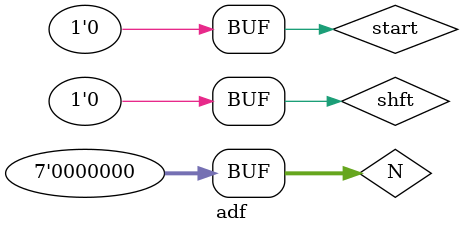
<source format=v>
`timescale 1ns / 1ps


module adf;

	// Inputs
	reg start;
	reg shft;
	reg [7:1] N;

	// Outputs
	wire [7:0] q;

	// Instantiate the Unit Under Test (UUT)
	shft_reg8bit uut (
		.start(start), 
		.shft(shft), 
		.N(N), 
		.q(q)
	);

	initial begin
		// Initialize Inputs
		start = 0;
		shft = 0;
		N = 0;

		// Wait 100 ns for global reset to finish
		#100;
        
		// Add stimulus here

	end
      
endmodule


</source>
